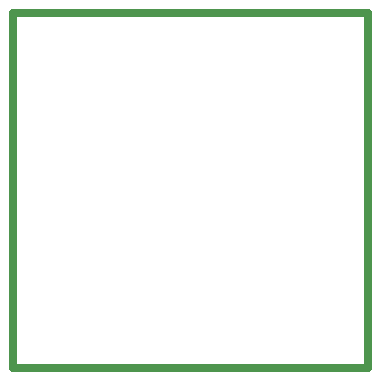
<source format=gko>
%FSLAX43Y43*%
%MOMM*%
G71*
G01*
G75*
%ADD10R,1.400X3.600*%
%ADD11R,1.400X5.080*%
%ADD12C,0.700*%
%ADD13C,2.000*%
%ADD14C,0.210*%
%ADD15C,1.000*%
%ADD16C,0.254*%
%ADD17C,0.200*%
%ADD18C,0.250*%
%ADD19R,1.603X3.803*%
%ADD20R,1.603X5.283*%
%ADD21C,2.203*%
%ADD22C,0.203*%
D12*
X0Y0D02*
X30000D01*
Y30000D01*
X0D02*
X30000D01*
X0Y0D02*
Y30000D01*
M02*

</source>
